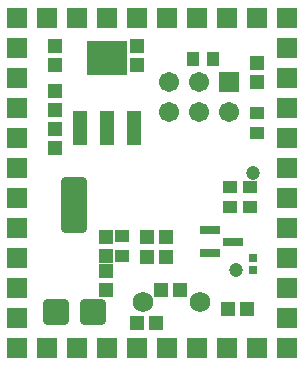
<source format=gbs>
G04*
G04 #@! TF.GenerationSoftware,Altium Limited,Altium Designer,20.0.11 (256)*
G04*
G04 Layer_Color=16711935*
%FSLAX25Y25*%
%MOIN*%
G70*
G01*
G75*
%ADD24R,0.04343X0.04737*%
%ADD25R,0.04737X0.04737*%
%ADD26R,0.04737X0.04737*%
%ADD30C,0.04737*%
%ADD31R,0.06706X0.06706*%
%ADD32R,0.06706X0.06706*%
%ADD33C,0.06800*%
%ADD34C,0.06706*%
%ADD49R,0.04737X0.04343*%
%ADD50R,0.06706X0.03162*%
%ADD51R,0.02769X0.03162*%
G04:AMPARAMS|DCode=52|XSize=86.74mil|YSize=86.74mil|CornerRadius=13.84mil|HoleSize=0mil|Usage=FLASHONLY|Rotation=270.000|XOffset=0mil|YOffset=0mil|HoleType=Round|Shape=RoundedRectangle|*
%AMROUNDEDRECTD52*
21,1,0.08674,0.05906,0,0,270.0*
21,1,0.05906,0.08674,0,0,270.0*
1,1,0.02769,-0.02953,-0.02953*
1,1,0.02769,-0.02953,0.02953*
1,1,0.02769,0.02953,0.02953*
1,1,0.02769,0.02953,-0.02953*
%
%ADD52ROUNDEDRECTD52*%
G04:AMPARAMS|DCode=53|XSize=185.17mil|YSize=86.74mil|CornerRadius=13.84mil|HoleSize=0mil|Usage=FLASHONLY|Rotation=270.000|XOffset=0mil|YOffset=0mil|HoleType=Round|Shape=RoundedRectangle|*
%AMROUNDEDRECTD53*
21,1,0.18517,0.05906,0,0,270.0*
21,1,0.15748,0.08674,0,0,270.0*
1,1,0.02769,-0.02953,-0.07874*
1,1,0.02769,-0.02953,0.07874*
1,1,0.02769,0.02953,0.07874*
1,1,0.02769,0.02953,-0.07874*
%
%ADD53ROUNDEDRECTD53*%
%ADD54R,0.04737X0.11430*%
%ADD55R,0.13792X0.11430*%
D24*
X58653Y96500D02*
D03*
X65346D02*
D03*
D25*
X12500Y79350D02*
D03*
Y85650D02*
D03*
Y66850D02*
D03*
Y73150D02*
D03*
X29500Y37150D02*
D03*
Y30850D02*
D03*
X12500Y100650D02*
D03*
Y94350D02*
D03*
X29500Y19350D02*
D03*
Y25650D02*
D03*
X40000Y100650D02*
D03*
Y94350D02*
D03*
X80000Y88850D02*
D03*
Y95150D02*
D03*
D26*
X76650Y13000D02*
D03*
X70350D02*
D03*
X47850Y19500D02*
D03*
X54150D02*
D03*
X39850Y8500D02*
D03*
X46150D02*
D03*
X49650Y30500D02*
D03*
X43350D02*
D03*
Y37000D02*
D03*
X49650D02*
D03*
D30*
X78500Y58500D02*
D03*
X73000Y26000D02*
D03*
D31*
X0Y110000D02*
D03*
X20000Y0D02*
D03*
X0Y70000D02*
D03*
X30000Y0D02*
D03*
X50000D02*
D03*
X70000Y110000D02*
D03*
X80000D02*
D03*
X90000D02*
D03*
Y90000D02*
D03*
Y80000D02*
D03*
X10000Y0D02*
D03*
X0D02*
D03*
Y10000D02*
D03*
Y20000D02*
D03*
Y40000D02*
D03*
Y50000D02*
D03*
X90000Y70000D02*
D03*
Y60000D02*
D03*
Y50000D02*
D03*
X70417Y88685D02*
D03*
D32*
X60000Y110000D02*
D03*
X0Y30000D02*
D03*
X40000Y0D02*
D03*
X0Y60000D02*
D03*
X10000Y110000D02*
D03*
X20000D02*
D03*
X30000D02*
D03*
X40000D02*
D03*
X50000D02*
D03*
X90000Y40000D02*
D03*
Y30000D02*
D03*
Y20000D02*
D03*
Y10000D02*
D03*
Y0D02*
D03*
X80000D02*
D03*
X70000D02*
D03*
X60000D02*
D03*
X0Y80000D02*
D03*
Y90000D02*
D03*
Y100000D02*
D03*
X90000D02*
D03*
D33*
X61000Y15500D02*
D03*
X42000D02*
D03*
D34*
X70417Y78685D02*
D03*
X60417Y88685D02*
D03*
Y78685D02*
D03*
X50417Y88685D02*
D03*
Y78685D02*
D03*
D49*
X35000Y30654D02*
D03*
Y37346D02*
D03*
X77500Y53847D02*
D03*
Y47154D02*
D03*
X71000Y47153D02*
D03*
Y53847D02*
D03*
X80000Y71653D02*
D03*
Y78347D02*
D03*
D50*
X64260Y31760D02*
D03*
Y39240D02*
D03*
X71740Y35500D02*
D03*
D51*
X78500Y26032D02*
D03*
Y29969D02*
D03*
D52*
X25102Y12126D02*
D03*
X12898D02*
D03*
D53*
X19000Y47756D02*
D03*
D54*
X39055Y73386D02*
D03*
X30000D02*
D03*
X20945D02*
D03*
D55*
X30000Y96614D02*
D03*
M02*

</source>
